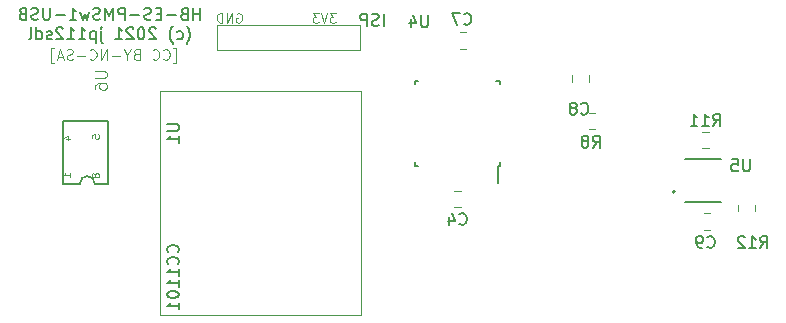
<source format=gbr>
G04 #@! TF.GenerationSoftware,KiCad,Pcbnew,(5.1.9-0-10_14)*
G04 #@! TF.CreationDate,2021-03-28T22:25:10+02:00*
G04 #@! TF.ProjectId,HB-ES-PMSw1-USB,48422d45-532d-4504-9d53-77312d555342,rev?*
G04 #@! TF.SameCoordinates,Original*
G04 #@! TF.FileFunction,Legend,Bot*
G04 #@! TF.FilePolarity,Positive*
%FSLAX46Y46*%
G04 Gerber Fmt 4.6, Leading zero omitted, Abs format (unit mm)*
G04 Created by KiCad (PCBNEW (5.1.9-0-10_14)) date 2021-03-28 22:25:10*
%MOMM*%
%LPD*%
G01*
G04 APERTURE LIST*
%ADD10C,0.150000*%
%ADD11C,0.100000*%
%ADD12C,0.120000*%
%ADD13C,0.127000*%
%ADD14C,0.099060*%
%ADD15C,0.200000*%
%ADD16C,0.015000*%
G04 APERTURE END LIST*
D10*
X48219047Y-35327380D02*
X48219047Y-34327380D01*
X48219047Y-34803571D02*
X47647619Y-34803571D01*
X47647619Y-35327380D02*
X47647619Y-34327380D01*
X46838095Y-34803571D02*
X46695238Y-34851190D01*
X46647619Y-34898809D01*
X46600000Y-34994047D01*
X46600000Y-35136904D01*
X46647619Y-35232142D01*
X46695238Y-35279761D01*
X46790476Y-35327380D01*
X47171428Y-35327380D01*
X47171428Y-34327380D01*
X46838095Y-34327380D01*
X46742857Y-34375000D01*
X46695238Y-34422619D01*
X46647619Y-34517857D01*
X46647619Y-34613095D01*
X46695238Y-34708333D01*
X46742857Y-34755952D01*
X46838095Y-34803571D01*
X47171428Y-34803571D01*
X46171428Y-34946428D02*
X45409523Y-34946428D01*
X44933333Y-34803571D02*
X44600000Y-34803571D01*
X44457142Y-35327380D02*
X44933333Y-35327380D01*
X44933333Y-34327380D01*
X44457142Y-34327380D01*
X44076190Y-35279761D02*
X43933333Y-35327380D01*
X43695238Y-35327380D01*
X43600000Y-35279761D01*
X43552380Y-35232142D01*
X43504761Y-35136904D01*
X43504761Y-35041666D01*
X43552380Y-34946428D01*
X43600000Y-34898809D01*
X43695238Y-34851190D01*
X43885714Y-34803571D01*
X43980952Y-34755952D01*
X44028571Y-34708333D01*
X44076190Y-34613095D01*
X44076190Y-34517857D01*
X44028571Y-34422619D01*
X43980952Y-34375000D01*
X43885714Y-34327380D01*
X43647619Y-34327380D01*
X43504761Y-34375000D01*
X43076190Y-34946428D02*
X42314285Y-34946428D01*
X41838095Y-35327380D02*
X41838095Y-34327380D01*
X41457142Y-34327380D01*
X41361904Y-34375000D01*
X41314285Y-34422619D01*
X41266666Y-34517857D01*
X41266666Y-34660714D01*
X41314285Y-34755952D01*
X41361904Y-34803571D01*
X41457142Y-34851190D01*
X41838095Y-34851190D01*
X40838095Y-35327380D02*
X40838095Y-34327380D01*
X40504761Y-35041666D01*
X40171428Y-34327380D01*
X40171428Y-35327380D01*
X39742857Y-35279761D02*
X39600000Y-35327380D01*
X39361904Y-35327380D01*
X39266666Y-35279761D01*
X39219047Y-35232142D01*
X39171428Y-35136904D01*
X39171428Y-35041666D01*
X39219047Y-34946428D01*
X39266666Y-34898809D01*
X39361904Y-34851190D01*
X39552380Y-34803571D01*
X39647619Y-34755952D01*
X39695238Y-34708333D01*
X39742857Y-34613095D01*
X39742857Y-34517857D01*
X39695238Y-34422619D01*
X39647619Y-34375000D01*
X39552380Y-34327380D01*
X39314285Y-34327380D01*
X39171428Y-34375000D01*
X38838095Y-34660714D02*
X38647619Y-35327380D01*
X38457142Y-34851190D01*
X38266666Y-35327380D01*
X38076190Y-34660714D01*
X37171428Y-35327380D02*
X37742857Y-35327380D01*
X37457142Y-35327380D02*
X37457142Y-34327380D01*
X37552380Y-34470238D01*
X37647619Y-34565476D01*
X37742857Y-34613095D01*
X36742857Y-34946428D02*
X35980952Y-34946428D01*
X35504761Y-34327380D02*
X35504761Y-35136904D01*
X35457142Y-35232142D01*
X35409523Y-35279761D01*
X35314285Y-35327380D01*
X35123809Y-35327380D01*
X35028571Y-35279761D01*
X34980952Y-35232142D01*
X34933333Y-35136904D01*
X34933333Y-34327380D01*
X34504761Y-35279761D02*
X34361904Y-35327380D01*
X34123809Y-35327380D01*
X34028571Y-35279761D01*
X33980952Y-35232142D01*
X33933333Y-35136904D01*
X33933333Y-35041666D01*
X33980952Y-34946428D01*
X34028571Y-34898809D01*
X34123809Y-34851190D01*
X34314285Y-34803571D01*
X34409523Y-34755952D01*
X34457142Y-34708333D01*
X34504761Y-34613095D01*
X34504761Y-34517857D01*
X34457142Y-34422619D01*
X34409523Y-34375000D01*
X34314285Y-34327380D01*
X34076190Y-34327380D01*
X33933333Y-34375000D01*
X33171428Y-34803571D02*
X33028571Y-34851190D01*
X32980952Y-34898809D01*
X32933333Y-34994047D01*
X32933333Y-35136904D01*
X32980952Y-35232142D01*
X33028571Y-35279761D01*
X33123809Y-35327380D01*
X33504761Y-35327380D01*
X33504761Y-34327380D01*
X33171428Y-34327380D01*
X33076190Y-34375000D01*
X33028571Y-34422619D01*
X32980952Y-34517857D01*
X32980952Y-34613095D01*
X33028571Y-34708333D01*
X33076190Y-34755952D01*
X33171428Y-34803571D01*
X33504761Y-34803571D01*
X47076190Y-37358333D02*
X47123809Y-37310714D01*
X47219047Y-37167857D01*
X47266666Y-37072619D01*
X47314285Y-36929761D01*
X47361904Y-36691666D01*
X47361904Y-36501190D01*
X47314285Y-36263095D01*
X47266666Y-36120238D01*
X47219047Y-36025000D01*
X47123809Y-35882142D01*
X47076190Y-35834523D01*
X46266666Y-36929761D02*
X46361904Y-36977380D01*
X46552380Y-36977380D01*
X46647619Y-36929761D01*
X46695238Y-36882142D01*
X46742857Y-36786904D01*
X46742857Y-36501190D01*
X46695238Y-36405952D01*
X46647619Y-36358333D01*
X46552380Y-36310714D01*
X46361904Y-36310714D01*
X46266666Y-36358333D01*
X45933333Y-37358333D02*
X45885714Y-37310714D01*
X45790476Y-37167857D01*
X45742857Y-37072619D01*
X45695238Y-36929761D01*
X45647619Y-36691666D01*
X45647619Y-36501190D01*
X45695238Y-36263095D01*
X45742857Y-36120238D01*
X45790476Y-36025000D01*
X45885714Y-35882142D01*
X45933333Y-35834523D01*
X44457142Y-36072619D02*
X44409523Y-36025000D01*
X44314285Y-35977380D01*
X44076190Y-35977380D01*
X43980952Y-36025000D01*
X43933333Y-36072619D01*
X43885714Y-36167857D01*
X43885714Y-36263095D01*
X43933333Y-36405952D01*
X44504761Y-36977380D01*
X43885714Y-36977380D01*
X43266666Y-35977380D02*
X43171428Y-35977380D01*
X43076190Y-36025000D01*
X43028571Y-36072619D01*
X42980952Y-36167857D01*
X42933333Y-36358333D01*
X42933333Y-36596428D01*
X42980952Y-36786904D01*
X43028571Y-36882142D01*
X43076190Y-36929761D01*
X43171428Y-36977380D01*
X43266666Y-36977380D01*
X43361904Y-36929761D01*
X43409523Y-36882142D01*
X43457142Y-36786904D01*
X43504761Y-36596428D01*
X43504761Y-36358333D01*
X43457142Y-36167857D01*
X43409523Y-36072619D01*
X43361904Y-36025000D01*
X43266666Y-35977380D01*
X42552380Y-36072619D02*
X42504761Y-36025000D01*
X42409523Y-35977380D01*
X42171428Y-35977380D01*
X42076190Y-36025000D01*
X42028571Y-36072619D01*
X41980952Y-36167857D01*
X41980952Y-36263095D01*
X42028571Y-36405952D01*
X42600000Y-36977380D01*
X41980952Y-36977380D01*
X41028571Y-36977380D02*
X41600000Y-36977380D01*
X41314285Y-36977380D02*
X41314285Y-35977380D01*
X41409523Y-36120238D01*
X41504761Y-36215476D01*
X41600000Y-36263095D01*
X39838095Y-36310714D02*
X39838095Y-37167857D01*
X39885714Y-37263095D01*
X39980952Y-37310714D01*
X40028571Y-37310714D01*
X39838095Y-35977380D02*
X39885714Y-36025000D01*
X39838095Y-36072619D01*
X39790476Y-36025000D01*
X39838095Y-35977380D01*
X39838095Y-36072619D01*
X39361904Y-36310714D02*
X39361904Y-37310714D01*
X39361904Y-36358333D02*
X39266666Y-36310714D01*
X39076190Y-36310714D01*
X38980952Y-36358333D01*
X38933333Y-36405952D01*
X38885714Y-36501190D01*
X38885714Y-36786904D01*
X38933333Y-36882142D01*
X38980952Y-36929761D01*
X39076190Y-36977380D01*
X39266666Y-36977380D01*
X39361904Y-36929761D01*
X37933333Y-36977380D02*
X38504761Y-36977380D01*
X38219047Y-36977380D02*
X38219047Y-35977380D01*
X38314285Y-36120238D01*
X38409523Y-36215476D01*
X38504761Y-36263095D01*
X36980952Y-36977380D02*
X37552380Y-36977380D01*
X37266666Y-36977380D02*
X37266666Y-35977380D01*
X37361904Y-36120238D01*
X37457142Y-36215476D01*
X37552380Y-36263095D01*
X36600000Y-36072619D02*
X36552380Y-36025000D01*
X36457142Y-35977380D01*
X36219047Y-35977380D01*
X36123809Y-36025000D01*
X36076190Y-36072619D01*
X36028571Y-36167857D01*
X36028571Y-36263095D01*
X36076190Y-36405952D01*
X36647619Y-36977380D01*
X36028571Y-36977380D01*
X35647619Y-36929761D02*
X35552380Y-36977380D01*
X35361904Y-36977380D01*
X35266666Y-36929761D01*
X35219047Y-36834523D01*
X35219047Y-36786904D01*
X35266666Y-36691666D01*
X35361904Y-36644047D01*
X35504761Y-36644047D01*
X35600000Y-36596428D01*
X35647619Y-36501190D01*
X35647619Y-36453571D01*
X35600000Y-36358333D01*
X35504761Y-36310714D01*
X35361904Y-36310714D01*
X35266666Y-36358333D01*
X34361904Y-36977380D02*
X34361904Y-35977380D01*
X34361904Y-36929761D02*
X34457142Y-36977380D01*
X34647619Y-36977380D01*
X34742857Y-36929761D01*
X34790476Y-36882142D01*
X34838095Y-36786904D01*
X34838095Y-36501190D01*
X34790476Y-36405952D01*
X34742857Y-36358333D01*
X34647619Y-36310714D01*
X34457142Y-36310714D01*
X34361904Y-36358333D01*
X33742857Y-36977380D02*
X33838095Y-36929761D01*
X33885714Y-36834523D01*
X33885714Y-35977380D01*
D11*
X45957142Y-39007142D02*
X46171428Y-39007142D01*
X46171428Y-37721428D01*
X45957142Y-37721428D01*
X45100000Y-38621428D02*
X45142857Y-38664285D01*
X45271428Y-38707142D01*
X45357142Y-38707142D01*
X45485714Y-38664285D01*
X45571428Y-38578571D01*
X45614285Y-38492857D01*
X45657142Y-38321428D01*
X45657142Y-38192857D01*
X45614285Y-38021428D01*
X45571428Y-37935714D01*
X45485714Y-37850000D01*
X45357142Y-37807142D01*
X45271428Y-37807142D01*
X45142857Y-37850000D01*
X45100000Y-37892857D01*
X44200000Y-38621428D02*
X44242857Y-38664285D01*
X44371428Y-38707142D01*
X44457142Y-38707142D01*
X44585714Y-38664285D01*
X44671428Y-38578571D01*
X44714285Y-38492857D01*
X44757142Y-38321428D01*
X44757142Y-38192857D01*
X44714285Y-38021428D01*
X44671428Y-37935714D01*
X44585714Y-37850000D01*
X44457142Y-37807142D01*
X44371428Y-37807142D01*
X44242857Y-37850000D01*
X44200000Y-37892857D01*
X42828571Y-38235714D02*
X42700000Y-38278571D01*
X42657142Y-38321428D01*
X42614285Y-38407142D01*
X42614285Y-38535714D01*
X42657142Y-38621428D01*
X42700000Y-38664285D01*
X42785714Y-38707142D01*
X43128571Y-38707142D01*
X43128571Y-37807142D01*
X42828571Y-37807142D01*
X42742857Y-37850000D01*
X42700000Y-37892857D01*
X42657142Y-37978571D01*
X42657142Y-38064285D01*
X42700000Y-38150000D01*
X42742857Y-38192857D01*
X42828571Y-38235714D01*
X43128571Y-38235714D01*
X42057142Y-38278571D02*
X42057142Y-38707142D01*
X42357142Y-37807142D02*
X42057142Y-38278571D01*
X41757142Y-37807142D01*
X41457142Y-38364285D02*
X40771428Y-38364285D01*
X40342857Y-38707142D02*
X40342857Y-37807142D01*
X39828571Y-38707142D01*
X39828571Y-37807142D01*
X38885714Y-38621428D02*
X38928571Y-38664285D01*
X39057142Y-38707142D01*
X39142857Y-38707142D01*
X39271428Y-38664285D01*
X39357142Y-38578571D01*
X39400000Y-38492857D01*
X39442857Y-38321428D01*
X39442857Y-38192857D01*
X39400000Y-38021428D01*
X39357142Y-37935714D01*
X39271428Y-37850000D01*
X39142857Y-37807142D01*
X39057142Y-37807142D01*
X38928571Y-37850000D01*
X38885714Y-37892857D01*
X38500000Y-38364285D02*
X37814285Y-38364285D01*
X37428571Y-38664285D02*
X37300000Y-38707142D01*
X37085714Y-38707142D01*
X37000000Y-38664285D01*
X36957142Y-38621428D01*
X36914285Y-38535714D01*
X36914285Y-38450000D01*
X36957142Y-38364285D01*
X37000000Y-38321428D01*
X37085714Y-38278571D01*
X37257142Y-38235714D01*
X37342857Y-38192857D01*
X37385714Y-38150000D01*
X37428571Y-38064285D01*
X37428571Y-37978571D01*
X37385714Y-37892857D01*
X37342857Y-37850000D01*
X37257142Y-37807142D01*
X37042857Y-37807142D01*
X36914285Y-37850000D01*
X36571428Y-38450000D02*
X36142857Y-38450000D01*
X36657142Y-38707142D02*
X36357142Y-37807142D01*
X36057142Y-38707142D01*
X35842857Y-39007142D02*
X35628571Y-39007142D01*
X35628571Y-37721428D01*
X35842857Y-37721428D01*
X59690476Y-34761904D02*
X59195238Y-34761904D01*
X59461904Y-35066666D01*
X59347619Y-35066666D01*
X59271428Y-35104761D01*
X59233333Y-35142857D01*
X59195238Y-35219047D01*
X59195238Y-35409523D01*
X59233333Y-35485714D01*
X59271428Y-35523809D01*
X59347619Y-35561904D01*
X59576190Y-35561904D01*
X59652380Y-35523809D01*
X59690476Y-35485714D01*
X58966666Y-34761904D02*
X58700000Y-35561904D01*
X58433333Y-34761904D01*
X58242857Y-34761904D02*
X57747619Y-34761904D01*
X58014285Y-35066666D01*
X57900000Y-35066666D01*
X57823809Y-35104761D01*
X57785714Y-35142857D01*
X57747619Y-35219047D01*
X57747619Y-35409523D01*
X57785714Y-35485714D01*
X57823809Y-35523809D01*
X57900000Y-35561904D01*
X58128571Y-35561904D01*
X58204761Y-35523809D01*
X58242857Y-35485714D01*
X51309523Y-34800000D02*
X51385714Y-34761904D01*
X51500000Y-34761904D01*
X51614285Y-34800000D01*
X51690476Y-34876190D01*
X51728571Y-34952380D01*
X51766666Y-35104761D01*
X51766666Y-35219047D01*
X51728571Y-35371428D01*
X51690476Y-35447619D01*
X51614285Y-35523809D01*
X51500000Y-35561904D01*
X51423809Y-35561904D01*
X51309523Y-35523809D01*
X51271428Y-35485714D01*
X51271428Y-35219047D01*
X51423809Y-35219047D01*
X50928571Y-35561904D02*
X50928571Y-34761904D01*
X50471428Y-35561904D01*
X50471428Y-34761904D01*
X50090476Y-35561904D02*
X50090476Y-34761904D01*
X49900000Y-34761904D01*
X49785714Y-34800000D01*
X49709523Y-34876190D01*
X49671428Y-34952380D01*
X49633333Y-35104761D01*
X49633333Y-35219047D01*
X49671428Y-35371428D01*
X49709523Y-35447619D01*
X49785714Y-35523809D01*
X49900000Y-35561904D01*
X50090476Y-35561904D01*
D12*
X70261252Y-51210000D02*
X69738748Y-51210000D01*
X70261252Y-49790000D02*
X69738748Y-49790000D01*
D13*
X40440000Y-49202000D02*
X40440000Y-43868000D01*
X40440000Y-49202000D02*
X39297000Y-49202000D01*
X36630000Y-43868000D02*
X36630000Y-49202000D01*
X36630000Y-43868000D02*
X40440000Y-43868000D01*
X38027000Y-49202000D02*
X36630000Y-49202000D01*
X38027000Y-49202000D02*
G75*
G02*
X39297000Y-49202000I635000J0D01*
G01*
D14*
X44800000Y-41400000D02*
X44800000Y-60300000D01*
X61800000Y-60300000D02*
X44800000Y-60300000D01*
X61800000Y-41400000D02*
X61800000Y-60300000D01*
X44800000Y-41400000D02*
X61800000Y-41400000D01*
D12*
X95210000Y-51038748D02*
X95210000Y-51561252D01*
X93790000Y-51038748D02*
X93790000Y-51561252D01*
X91261252Y-46210000D02*
X90738748Y-46210000D01*
X91261252Y-44790000D02*
X90738748Y-44790000D01*
X91361252Y-53110000D02*
X90838748Y-53110000D01*
X91361252Y-51690000D02*
X90838748Y-51690000D01*
D13*
X89300000Y-47075000D02*
X92300000Y-47075000D01*
X89300000Y-50725000D02*
X92300000Y-50725000D01*
D15*
X88425000Y-49900000D02*
G75*
G03*
X88425000Y-49900000I-100000J0D01*
G01*
D12*
X49658600Y-35740000D02*
X49658600Y-37860000D01*
X49658600Y-37860000D02*
X61760000Y-37860000D01*
X49658600Y-35733200D02*
X61760000Y-35740000D01*
X61760000Y-35740000D02*
X61760000Y-37860000D01*
D10*
X73400000Y-47725000D02*
X73400000Y-49150000D01*
X73625000Y-40475000D02*
X73625000Y-40800000D01*
X66375000Y-40475000D02*
X66375000Y-40800000D01*
X66375000Y-47725000D02*
X66375000Y-47400000D01*
X73625000Y-47725000D02*
X73625000Y-47400000D01*
X66375000Y-47725000D02*
X66700000Y-47725000D01*
X66375000Y-40475000D02*
X66700000Y-40475000D01*
X73625000Y-40475000D02*
X73300000Y-40475000D01*
X73625000Y-47725000D02*
X73400000Y-47725000D01*
D12*
X81661252Y-44610000D02*
X81138748Y-44610000D01*
X81661252Y-43190000D02*
X81138748Y-43190000D01*
X81110000Y-40038748D02*
X81110000Y-40561252D01*
X79690000Y-40038748D02*
X79690000Y-40561252D01*
X70238748Y-36390000D02*
X70761252Y-36390000D01*
X70238748Y-37810000D02*
X70761252Y-37810000D01*
D10*
X70166666Y-52607142D02*
X70214285Y-52654761D01*
X70357142Y-52702380D01*
X70452380Y-52702380D01*
X70595238Y-52654761D01*
X70690476Y-52559523D01*
X70738095Y-52464285D01*
X70785714Y-52273809D01*
X70785714Y-52130952D01*
X70738095Y-51940476D01*
X70690476Y-51845238D01*
X70595238Y-51750000D01*
X70452380Y-51702380D01*
X70357142Y-51702380D01*
X70214285Y-51750000D01*
X70166666Y-51797619D01*
X69309523Y-52035714D02*
X69309523Y-52702380D01*
X69547619Y-51654761D02*
X69785714Y-52369047D01*
X69166666Y-52369047D01*
D16*
X39308180Y-39677095D02*
X40117704Y-39677095D01*
X40212942Y-39724714D01*
X40260561Y-39772333D01*
X40308180Y-39867571D01*
X40308180Y-40058047D01*
X40260561Y-40153285D01*
X40212942Y-40200904D01*
X40117704Y-40248523D01*
X39308180Y-40248523D01*
X39308180Y-41153285D02*
X39308180Y-40962809D01*
X39355800Y-40867571D01*
X39403419Y-40819952D01*
X39546276Y-40724714D01*
X39736752Y-40677095D01*
X40117704Y-40677095D01*
X40212942Y-40724714D01*
X40260561Y-40772333D01*
X40308180Y-40867571D01*
X40308180Y-41058047D01*
X40260561Y-41153285D01*
X40212942Y-41200904D01*
X40117704Y-41248523D01*
X39879609Y-41248523D01*
X39784371Y-41200904D01*
X39736752Y-41153285D01*
X39689133Y-41058047D01*
X39689133Y-40867571D01*
X39736752Y-40772333D01*
X39784371Y-40724714D01*
X39879609Y-40677095D01*
X39044628Y-45357057D02*
X39044628Y-45071342D01*
X39330342Y-45042771D01*
X39301771Y-45071342D01*
X39273200Y-45128485D01*
X39273200Y-45271342D01*
X39301771Y-45328485D01*
X39330342Y-45357057D01*
X39387485Y-45385628D01*
X39530342Y-45385628D01*
X39587485Y-45357057D01*
X39616057Y-45328485D01*
X39644628Y-45271342D01*
X39644628Y-45128485D01*
X39616057Y-45071342D01*
X39587485Y-45042771D01*
X36831628Y-45455485D02*
X37231628Y-45455485D01*
X36603057Y-45312628D02*
X37031628Y-45169771D01*
X37031628Y-45541200D01*
X39301771Y-48433657D02*
X39273200Y-48376514D01*
X39244628Y-48347942D01*
X39187485Y-48319371D01*
X39158914Y-48319371D01*
X39101771Y-48347942D01*
X39073200Y-48376514D01*
X39044628Y-48433657D01*
X39044628Y-48547942D01*
X39073200Y-48605085D01*
X39101771Y-48633657D01*
X39158914Y-48662228D01*
X39187485Y-48662228D01*
X39244628Y-48633657D01*
X39273200Y-48605085D01*
X39301771Y-48547942D01*
X39301771Y-48433657D01*
X39330342Y-48376514D01*
X39358914Y-48347942D01*
X39416057Y-48319371D01*
X39530342Y-48319371D01*
X39587485Y-48347942D01*
X39616057Y-48376514D01*
X39644628Y-48433657D01*
X39644628Y-48547942D01*
X39616057Y-48605085D01*
X39587485Y-48633657D01*
X39530342Y-48662228D01*
X39416057Y-48662228D01*
X39358914Y-48633657D01*
X39330342Y-48605085D01*
X39301771Y-48547942D01*
X37231628Y-48662228D02*
X37231628Y-48319371D01*
X37231628Y-48490800D02*
X36631628Y-48490800D01*
X36717342Y-48433657D01*
X36774485Y-48376514D01*
X36803057Y-48319371D01*
D10*
X45410380Y-44171095D02*
X46219904Y-44171095D01*
X46315142Y-44218714D01*
X46362761Y-44266333D01*
X46410380Y-44361571D01*
X46410380Y-44552047D01*
X46362761Y-44647285D01*
X46315142Y-44694904D01*
X46219904Y-44742523D01*
X45410380Y-44742523D01*
X46410380Y-45742523D02*
X46410380Y-45171095D01*
X46410380Y-45456809D02*
X45410380Y-45456809D01*
X45553238Y-45361571D01*
X45648476Y-45266333D01*
X45696095Y-45171095D01*
X46315142Y-55029761D02*
X46362761Y-54982142D01*
X46410380Y-54839285D01*
X46410380Y-54744047D01*
X46362761Y-54601190D01*
X46267523Y-54505952D01*
X46172285Y-54458333D01*
X45981809Y-54410714D01*
X45838952Y-54410714D01*
X45648476Y-54458333D01*
X45553238Y-54505952D01*
X45458000Y-54601190D01*
X45410380Y-54744047D01*
X45410380Y-54839285D01*
X45458000Y-54982142D01*
X45505619Y-55029761D01*
X46315142Y-56029761D02*
X46362761Y-55982142D01*
X46410380Y-55839285D01*
X46410380Y-55744047D01*
X46362761Y-55601190D01*
X46267523Y-55505952D01*
X46172285Y-55458333D01*
X45981809Y-55410714D01*
X45838952Y-55410714D01*
X45648476Y-55458333D01*
X45553238Y-55505952D01*
X45458000Y-55601190D01*
X45410380Y-55744047D01*
X45410380Y-55839285D01*
X45458000Y-55982142D01*
X45505619Y-56029761D01*
X46410380Y-56982142D02*
X46410380Y-56410714D01*
X46410380Y-56696428D02*
X45410380Y-56696428D01*
X45553238Y-56601190D01*
X45648476Y-56505952D01*
X45696095Y-56410714D01*
X46410380Y-57934523D02*
X46410380Y-57363095D01*
X46410380Y-57648809D02*
X45410380Y-57648809D01*
X45553238Y-57553571D01*
X45648476Y-57458333D01*
X45696095Y-57363095D01*
X45410380Y-58553571D02*
X45410380Y-58648809D01*
X45458000Y-58744047D01*
X45505619Y-58791666D01*
X45600857Y-58839285D01*
X45791333Y-58886904D01*
X46029428Y-58886904D01*
X46219904Y-58839285D01*
X46315142Y-58791666D01*
X46362761Y-58744047D01*
X46410380Y-58648809D01*
X46410380Y-58553571D01*
X46362761Y-58458333D01*
X46315142Y-58410714D01*
X46219904Y-58363095D01*
X46029428Y-58315476D01*
X45791333Y-58315476D01*
X45600857Y-58363095D01*
X45505619Y-58410714D01*
X45458000Y-58458333D01*
X45410380Y-58553571D01*
X46410380Y-59839285D02*
X46410380Y-59267857D01*
X46410380Y-59553571D02*
X45410380Y-59553571D01*
X45553238Y-59458333D01*
X45648476Y-59363095D01*
X45696095Y-59267857D01*
X95642857Y-54652380D02*
X95976190Y-54176190D01*
X96214285Y-54652380D02*
X96214285Y-53652380D01*
X95833333Y-53652380D01*
X95738095Y-53700000D01*
X95690476Y-53747619D01*
X95642857Y-53842857D01*
X95642857Y-53985714D01*
X95690476Y-54080952D01*
X95738095Y-54128571D01*
X95833333Y-54176190D01*
X96214285Y-54176190D01*
X94690476Y-54652380D02*
X95261904Y-54652380D01*
X94976190Y-54652380D02*
X94976190Y-53652380D01*
X95071428Y-53795238D01*
X95166666Y-53890476D01*
X95261904Y-53938095D01*
X94309523Y-53747619D02*
X94261904Y-53700000D01*
X94166666Y-53652380D01*
X93928571Y-53652380D01*
X93833333Y-53700000D01*
X93785714Y-53747619D01*
X93738095Y-53842857D01*
X93738095Y-53938095D01*
X93785714Y-54080952D01*
X94357142Y-54652380D01*
X93738095Y-54652380D01*
X91642857Y-44302380D02*
X91976190Y-43826190D01*
X92214285Y-44302380D02*
X92214285Y-43302380D01*
X91833333Y-43302380D01*
X91738095Y-43350000D01*
X91690476Y-43397619D01*
X91642857Y-43492857D01*
X91642857Y-43635714D01*
X91690476Y-43730952D01*
X91738095Y-43778571D01*
X91833333Y-43826190D01*
X92214285Y-43826190D01*
X90690476Y-44302380D02*
X91261904Y-44302380D01*
X90976190Y-44302380D02*
X90976190Y-43302380D01*
X91071428Y-43445238D01*
X91166666Y-43540476D01*
X91261904Y-43588095D01*
X89738095Y-44302380D02*
X90309523Y-44302380D01*
X90023809Y-44302380D02*
X90023809Y-43302380D01*
X90119047Y-43445238D01*
X90214285Y-43540476D01*
X90309523Y-43588095D01*
X91166666Y-54557142D02*
X91214285Y-54604761D01*
X91357142Y-54652380D01*
X91452380Y-54652380D01*
X91595238Y-54604761D01*
X91690476Y-54509523D01*
X91738095Y-54414285D01*
X91785714Y-54223809D01*
X91785714Y-54080952D01*
X91738095Y-53890476D01*
X91690476Y-53795238D01*
X91595238Y-53700000D01*
X91452380Y-53652380D01*
X91357142Y-53652380D01*
X91214285Y-53700000D01*
X91166666Y-53747619D01*
X90690476Y-54652380D02*
X90500000Y-54652380D01*
X90404761Y-54604761D01*
X90357142Y-54557142D01*
X90261904Y-54414285D01*
X90214285Y-54223809D01*
X90214285Y-53842857D01*
X90261904Y-53747619D01*
X90309523Y-53700000D01*
X90404761Y-53652380D01*
X90595238Y-53652380D01*
X90690476Y-53700000D01*
X90738095Y-53747619D01*
X90785714Y-53842857D01*
X90785714Y-54080952D01*
X90738095Y-54176190D01*
X90690476Y-54223809D01*
X90595238Y-54271428D01*
X90404761Y-54271428D01*
X90309523Y-54223809D01*
X90261904Y-54176190D01*
X90214285Y-54080952D01*
X94761904Y-47152380D02*
X94761904Y-47961904D01*
X94714285Y-48057142D01*
X94666666Y-48104761D01*
X94571428Y-48152380D01*
X94380952Y-48152380D01*
X94285714Y-48104761D01*
X94238095Y-48057142D01*
X94190476Y-47961904D01*
X94190476Y-47152380D01*
X93238095Y-47152380D02*
X93714285Y-47152380D01*
X93761904Y-47628571D01*
X93714285Y-47580952D01*
X93619047Y-47533333D01*
X93380952Y-47533333D01*
X93285714Y-47580952D01*
X93238095Y-47628571D01*
X93190476Y-47723809D01*
X93190476Y-47961904D01*
X93238095Y-48057142D01*
X93285714Y-48104761D01*
X93380952Y-48152380D01*
X93619047Y-48152380D01*
X93714285Y-48104761D01*
X93761904Y-48057142D01*
X63756190Y-35832380D02*
X63756190Y-34832380D01*
X63327619Y-35784761D02*
X63184761Y-35832380D01*
X62946666Y-35832380D01*
X62851428Y-35784761D01*
X62803809Y-35737142D01*
X62756190Y-35641904D01*
X62756190Y-35546666D01*
X62803809Y-35451428D01*
X62851428Y-35403809D01*
X62946666Y-35356190D01*
X63137142Y-35308571D01*
X63232380Y-35260952D01*
X63280000Y-35213333D01*
X63327619Y-35118095D01*
X63327619Y-35022857D01*
X63280000Y-34927619D01*
X63232380Y-34880000D01*
X63137142Y-34832380D01*
X62899047Y-34832380D01*
X62756190Y-34880000D01*
X62327619Y-35832380D02*
X62327619Y-34832380D01*
X61946666Y-34832380D01*
X61851428Y-34880000D01*
X61803809Y-34927619D01*
X61756190Y-35022857D01*
X61756190Y-35165714D01*
X61803809Y-35260952D01*
X61851428Y-35308571D01*
X61946666Y-35356190D01*
X62327619Y-35356190D01*
X67511904Y-34952380D02*
X67511904Y-35761904D01*
X67464285Y-35857142D01*
X67416666Y-35904761D01*
X67321428Y-35952380D01*
X67130952Y-35952380D01*
X67035714Y-35904761D01*
X66988095Y-35857142D01*
X66940476Y-35761904D01*
X66940476Y-34952380D01*
X66035714Y-35285714D02*
X66035714Y-35952380D01*
X66273809Y-34904761D02*
X66511904Y-35619047D01*
X65892857Y-35619047D01*
X81466666Y-46152380D02*
X81800000Y-45676190D01*
X82038095Y-46152380D02*
X82038095Y-45152380D01*
X81657142Y-45152380D01*
X81561904Y-45200000D01*
X81514285Y-45247619D01*
X81466666Y-45342857D01*
X81466666Y-45485714D01*
X81514285Y-45580952D01*
X81561904Y-45628571D01*
X81657142Y-45676190D01*
X82038095Y-45676190D01*
X80895238Y-45580952D02*
X80990476Y-45533333D01*
X81038095Y-45485714D01*
X81085714Y-45390476D01*
X81085714Y-45342857D01*
X81038095Y-45247619D01*
X80990476Y-45200000D01*
X80895238Y-45152380D01*
X80704761Y-45152380D01*
X80609523Y-45200000D01*
X80561904Y-45247619D01*
X80514285Y-45342857D01*
X80514285Y-45390476D01*
X80561904Y-45485714D01*
X80609523Y-45533333D01*
X80704761Y-45580952D01*
X80895238Y-45580952D01*
X80990476Y-45628571D01*
X81038095Y-45676190D01*
X81085714Y-45771428D01*
X81085714Y-45961904D01*
X81038095Y-46057142D01*
X80990476Y-46104761D01*
X80895238Y-46152380D01*
X80704761Y-46152380D01*
X80609523Y-46104761D01*
X80561904Y-46057142D01*
X80514285Y-45961904D01*
X80514285Y-45771428D01*
X80561904Y-45676190D01*
X80609523Y-45628571D01*
X80704761Y-45580952D01*
X80466666Y-43257142D02*
X80514285Y-43304761D01*
X80657142Y-43352380D01*
X80752380Y-43352380D01*
X80895238Y-43304761D01*
X80990476Y-43209523D01*
X81038095Y-43114285D01*
X81085714Y-42923809D01*
X81085714Y-42780952D01*
X81038095Y-42590476D01*
X80990476Y-42495238D01*
X80895238Y-42400000D01*
X80752380Y-42352380D01*
X80657142Y-42352380D01*
X80514285Y-42400000D01*
X80466666Y-42447619D01*
X79895238Y-42780952D02*
X79990476Y-42733333D01*
X80038095Y-42685714D01*
X80085714Y-42590476D01*
X80085714Y-42542857D01*
X80038095Y-42447619D01*
X79990476Y-42400000D01*
X79895238Y-42352380D01*
X79704761Y-42352380D01*
X79609523Y-42400000D01*
X79561904Y-42447619D01*
X79514285Y-42542857D01*
X79514285Y-42590476D01*
X79561904Y-42685714D01*
X79609523Y-42733333D01*
X79704761Y-42780952D01*
X79895238Y-42780952D01*
X79990476Y-42828571D01*
X80038095Y-42876190D01*
X80085714Y-42971428D01*
X80085714Y-43161904D01*
X80038095Y-43257142D01*
X79990476Y-43304761D01*
X79895238Y-43352380D01*
X79704761Y-43352380D01*
X79609523Y-43304761D01*
X79561904Y-43257142D01*
X79514285Y-43161904D01*
X79514285Y-42971428D01*
X79561904Y-42876190D01*
X79609523Y-42828571D01*
X79704761Y-42780952D01*
X70566666Y-35657142D02*
X70614285Y-35704761D01*
X70757142Y-35752380D01*
X70852380Y-35752380D01*
X70995238Y-35704761D01*
X71090476Y-35609523D01*
X71138095Y-35514285D01*
X71185714Y-35323809D01*
X71185714Y-35180952D01*
X71138095Y-34990476D01*
X71090476Y-34895238D01*
X70995238Y-34800000D01*
X70852380Y-34752380D01*
X70757142Y-34752380D01*
X70614285Y-34800000D01*
X70566666Y-34847619D01*
X70233333Y-34752380D02*
X69566666Y-34752380D01*
X69995238Y-35752380D01*
M02*

</source>
